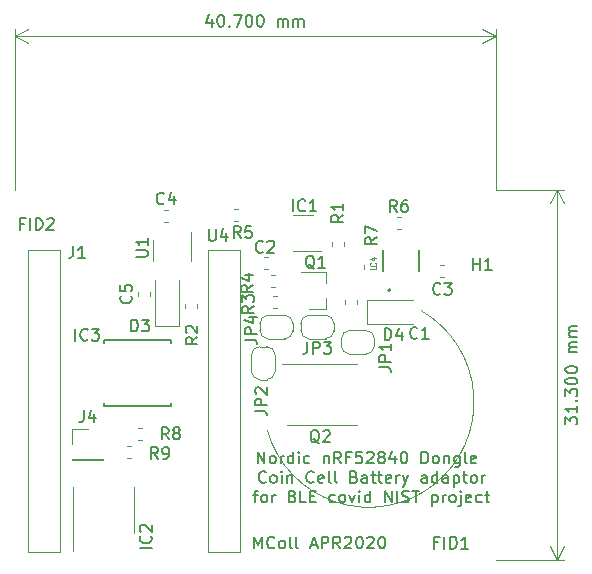
<source format=gbr>
G04 #@! TF.GenerationSoftware,KiCad,Pcbnew,(5.1.5)-3*
G04 #@! TF.CreationDate,2020-04-24T14:35:50-04:00*
G04 #@! TF.ProjectId,CR2025_Nordic,43523230-3235-45f4-9e6f-726469632e6b,rev?*
G04 #@! TF.SameCoordinates,Original*
G04 #@! TF.FileFunction,Legend,Top*
G04 #@! TF.FilePolarity,Positive*
%FSLAX46Y46*%
G04 Gerber Fmt 4.6, Leading zero omitted, Abs format (unit mm)*
G04 Created by KiCad (PCBNEW (5.1.5)-3) date 2020-04-24 14:35:50*
%MOMM*%
%LPD*%
G04 APERTURE LIST*
%ADD10C,0.120000*%
%ADD11C,0.150000*%
%ADD12C,0.152400*%
%ADD13C,0.200000*%
%ADD14C,0.127000*%
%ADD15C,0.015000*%
G04 APERTURE END LIST*
D10*
X158700062Y-82916795D02*
G75*
G02X145694400Y-93103700I-4433163J-7735806D01*
G01*
D11*
X144564790Y-103055680D02*
X144564790Y-102055680D01*
X144898123Y-102769966D01*
X145231457Y-102055680D01*
X145231457Y-103055680D01*
X146279076Y-102960442D02*
X146231457Y-103008061D01*
X146088600Y-103055680D01*
X145993361Y-103055680D01*
X145850504Y-103008061D01*
X145755266Y-102912823D01*
X145707647Y-102817585D01*
X145660028Y-102627109D01*
X145660028Y-102484252D01*
X145707647Y-102293776D01*
X145755266Y-102198538D01*
X145850504Y-102103300D01*
X145993361Y-102055680D01*
X146088600Y-102055680D01*
X146231457Y-102103300D01*
X146279076Y-102150919D01*
X146850504Y-103055680D02*
X146755266Y-103008061D01*
X146707647Y-102960442D01*
X146660028Y-102865204D01*
X146660028Y-102579490D01*
X146707647Y-102484252D01*
X146755266Y-102436633D01*
X146850504Y-102389014D01*
X146993361Y-102389014D01*
X147088600Y-102436633D01*
X147136219Y-102484252D01*
X147183838Y-102579490D01*
X147183838Y-102865204D01*
X147136219Y-102960442D01*
X147088600Y-103008061D01*
X146993361Y-103055680D01*
X146850504Y-103055680D01*
X147755266Y-103055680D02*
X147660028Y-103008061D01*
X147612409Y-102912823D01*
X147612409Y-102055680D01*
X148279076Y-103055680D02*
X148183838Y-103008061D01*
X148136219Y-102912823D01*
X148136219Y-102055680D01*
X149374314Y-102769966D02*
X149850504Y-102769966D01*
X149279076Y-103055680D02*
X149612409Y-102055680D01*
X149945742Y-103055680D01*
X150279076Y-103055680D02*
X150279076Y-102055680D01*
X150660028Y-102055680D01*
X150755266Y-102103300D01*
X150802885Y-102150919D01*
X150850504Y-102246157D01*
X150850504Y-102389014D01*
X150802885Y-102484252D01*
X150755266Y-102531871D01*
X150660028Y-102579490D01*
X150279076Y-102579490D01*
X151850504Y-103055680D02*
X151517171Y-102579490D01*
X151279076Y-103055680D02*
X151279076Y-102055680D01*
X151660028Y-102055680D01*
X151755266Y-102103300D01*
X151802885Y-102150919D01*
X151850504Y-102246157D01*
X151850504Y-102389014D01*
X151802885Y-102484252D01*
X151755266Y-102531871D01*
X151660028Y-102579490D01*
X151279076Y-102579490D01*
X152231457Y-102150919D02*
X152279076Y-102103300D01*
X152374314Y-102055680D01*
X152612409Y-102055680D01*
X152707647Y-102103300D01*
X152755266Y-102150919D01*
X152802885Y-102246157D01*
X152802885Y-102341395D01*
X152755266Y-102484252D01*
X152183838Y-103055680D01*
X152802885Y-103055680D01*
X153421933Y-102055680D02*
X153517171Y-102055680D01*
X153612409Y-102103300D01*
X153660028Y-102150919D01*
X153707647Y-102246157D01*
X153755266Y-102436633D01*
X153755266Y-102674728D01*
X153707647Y-102865204D01*
X153660028Y-102960442D01*
X153612409Y-103008061D01*
X153517171Y-103055680D01*
X153421933Y-103055680D01*
X153326695Y-103008061D01*
X153279076Y-102960442D01*
X153231457Y-102865204D01*
X153183838Y-102674728D01*
X153183838Y-102436633D01*
X153231457Y-102246157D01*
X153279076Y-102150919D01*
X153326695Y-102103300D01*
X153421933Y-102055680D01*
X154136219Y-102150919D02*
X154183838Y-102103300D01*
X154279076Y-102055680D01*
X154517171Y-102055680D01*
X154612409Y-102103300D01*
X154660028Y-102150919D01*
X154707647Y-102246157D01*
X154707647Y-102341395D01*
X154660028Y-102484252D01*
X154088600Y-103055680D01*
X154707647Y-103055680D01*
X155326695Y-102055680D02*
X155421933Y-102055680D01*
X155517171Y-102103300D01*
X155564790Y-102150919D01*
X155612409Y-102246157D01*
X155660028Y-102436633D01*
X155660028Y-102674728D01*
X155612409Y-102865204D01*
X155564790Y-102960442D01*
X155517171Y-103008061D01*
X155421933Y-103055680D01*
X155326695Y-103055680D01*
X155231457Y-103008061D01*
X155183838Y-102960442D01*
X155136219Y-102865204D01*
X155088599Y-102674728D01*
X155088599Y-102436633D01*
X155136219Y-102246157D01*
X155183838Y-102150919D01*
X155231457Y-102103300D01*
X155326695Y-102055680D01*
X144863752Y-95855780D02*
X144863752Y-94855780D01*
X145435180Y-95855780D01*
X145435180Y-94855780D01*
X146054228Y-95855780D02*
X145958990Y-95808161D01*
X145911371Y-95760542D01*
X145863752Y-95665304D01*
X145863752Y-95379590D01*
X145911371Y-95284352D01*
X145958990Y-95236733D01*
X146054228Y-95189114D01*
X146197085Y-95189114D01*
X146292323Y-95236733D01*
X146339942Y-95284352D01*
X146387561Y-95379590D01*
X146387561Y-95665304D01*
X146339942Y-95760542D01*
X146292323Y-95808161D01*
X146197085Y-95855780D01*
X146054228Y-95855780D01*
X146816133Y-95855780D02*
X146816133Y-95189114D01*
X146816133Y-95379590D02*
X146863752Y-95284352D01*
X146911371Y-95236733D01*
X147006609Y-95189114D01*
X147101847Y-95189114D01*
X147863752Y-95855780D02*
X147863752Y-94855780D01*
X147863752Y-95808161D02*
X147768514Y-95855780D01*
X147578038Y-95855780D01*
X147482800Y-95808161D01*
X147435180Y-95760542D01*
X147387561Y-95665304D01*
X147387561Y-95379590D01*
X147435180Y-95284352D01*
X147482800Y-95236733D01*
X147578038Y-95189114D01*
X147768514Y-95189114D01*
X147863752Y-95236733D01*
X148339942Y-95855780D02*
X148339942Y-95189114D01*
X148339942Y-94855780D02*
X148292323Y-94903400D01*
X148339942Y-94951019D01*
X148387561Y-94903400D01*
X148339942Y-94855780D01*
X148339942Y-94951019D01*
X149244704Y-95808161D02*
X149149466Y-95855780D01*
X148958990Y-95855780D01*
X148863752Y-95808161D01*
X148816133Y-95760542D01*
X148768514Y-95665304D01*
X148768514Y-95379590D01*
X148816133Y-95284352D01*
X148863752Y-95236733D01*
X148958990Y-95189114D01*
X149149466Y-95189114D01*
X149244704Y-95236733D01*
X150435180Y-95189114D02*
X150435180Y-95855780D01*
X150435180Y-95284352D02*
X150482800Y-95236733D01*
X150578038Y-95189114D01*
X150720895Y-95189114D01*
X150816133Y-95236733D01*
X150863752Y-95331971D01*
X150863752Y-95855780D01*
X151911371Y-95855780D02*
X151578038Y-95379590D01*
X151339942Y-95855780D02*
X151339942Y-94855780D01*
X151720895Y-94855780D01*
X151816133Y-94903400D01*
X151863752Y-94951019D01*
X151911371Y-95046257D01*
X151911371Y-95189114D01*
X151863752Y-95284352D01*
X151816133Y-95331971D01*
X151720895Y-95379590D01*
X151339942Y-95379590D01*
X152673276Y-95331971D02*
X152339942Y-95331971D01*
X152339942Y-95855780D02*
X152339942Y-94855780D01*
X152816133Y-94855780D01*
X153673276Y-94855780D02*
X153197085Y-94855780D01*
X153149466Y-95331971D01*
X153197085Y-95284352D01*
X153292323Y-95236733D01*
X153530419Y-95236733D01*
X153625657Y-95284352D01*
X153673276Y-95331971D01*
X153720895Y-95427209D01*
X153720895Y-95665304D01*
X153673276Y-95760542D01*
X153625657Y-95808161D01*
X153530419Y-95855780D01*
X153292323Y-95855780D01*
X153197085Y-95808161D01*
X153149466Y-95760542D01*
X154101847Y-94951019D02*
X154149466Y-94903400D01*
X154244704Y-94855780D01*
X154482800Y-94855780D01*
X154578038Y-94903400D01*
X154625657Y-94951019D01*
X154673276Y-95046257D01*
X154673276Y-95141495D01*
X154625657Y-95284352D01*
X154054228Y-95855780D01*
X154673276Y-95855780D01*
X155244704Y-95284352D02*
X155149466Y-95236733D01*
X155101847Y-95189114D01*
X155054228Y-95093876D01*
X155054228Y-95046257D01*
X155101847Y-94951019D01*
X155149466Y-94903400D01*
X155244704Y-94855780D01*
X155435180Y-94855780D01*
X155530419Y-94903400D01*
X155578038Y-94951019D01*
X155625657Y-95046257D01*
X155625657Y-95093876D01*
X155578038Y-95189114D01*
X155530419Y-95236733D01*
X155435180Y-95284352D01*
X155244704Y-95284352D01*
X155149466Y-95331971D01*
X155101847Y-95379590D01*
X155054228Y-95474828D01*
X155054228Y-95665304D01*
X155101847Y-95760542D01*
X155149466Y-95808161D01*
X155244704Y-95855780D01*
X155435180Y-95855780D01*
X155530419Y-95808161D01*
X155578038Y-95760542D01*
X155625657Y-95665304D01*
X155625657Y-95474828D01*
X155578038Y-95379590D01*
X155530419Y-95331971D01*
X155435180Y-95284352D01*
X156482800Y-95189114D02*
X156482800Y-95855780D01*
X156244704Y-94808161D02*
X156006609Y-95522447D01*
X156625657Y-95522447D01*
X157197085Y-94855780D02*
X157292323Y-94855780D01*
X157387561Y-94903400D01*
X157435180Y-94951019D01*
X157482800Y-95046257D01*
X157530419Y-95236733D01*
X157530419Y-95474828D01*
X157482800Y-95665304D01*
X157435180Y-95760542D01*
X157387561Y-95808161D01*
X157292323Y-95855780D01*
X157197085Y-95855780D01*
X157101847Y-95808161D01*
X157054228Y-95760542D01*
X157006609Y-95665304D01*
X156958990Y-95474828D01*
X156958990Y-95236733D01*
X157006609Y-95046257D01*
X157054228Y-94951019D01*
X157101847Y-94903400D01*
X157197085Y-94855780D01*
X158720895Y-95855780D02*
X158720895Y-94855780D01*
X158958990Y-94855780D01*
X159101847Y-94903400D01*
X159197085Y-94998638D01*
X159244704Y-95093876D01*
X159292323Y-95284352D01*
X159292323Y-95427209D01*
X159244704Y-95617685D01*
X159197085Y-95712923D01*
X159101847Y-95808161D01*
X158958990Y-95855780D01*
X158720895Y-95855780D01*
X159863752Y-95855780D02*
X159768514Y-95808161D01*
X159720895Y-95760542D01*
X159673276Y-95665304D01*
X159673276Y-95379590D01*
X159720895Y-95284352D01*
X159768514Y-95236733D01*
X159863752Y-95189114D01*
X160006609Y-95189114D01*
X160101847Y-95236733D01*
X160149466Y-95284352D01*
X160197085Y-95379590D01*
X160197085Y-95665304D01*
X160149466Y-95760542D01*
X160101847Y-95808161D01*
X160006609Y-95855780D01*
X159863752Y-95855780D01*
X160625657Y-95189114D02*
X160625657Y-95855780D01*
X160625657Y-95284352D02*
X160673276Y-95236733D01*
X160768514Y-95189114D01*
X160911371Y-95189114D01*
X161006609Y-95236733D01*
X161054228Y-95331971D01*
X161054228Y-95855780D01*
X161958990Y-95189114D02*
X161958990Y-95998638D01*
X161911371Y-96093876D01*
X161863752Y-96141495D01*
X161768514Y-96189114D01*
X161625657Y-96189114D01*
X161530419Y-96141495D01*
X161958990Y-95808161D02*
X161863752Y-95855780D01*
X161673276Y-95855780D01*
X161578038Y-95808161D01*
X161530419Y-95760542D01*
X161482800Y-95665304D01*
X161482800Y-95379590D01*
X161530419Y-95284352D01*
X161578038Y-95236733D01*
X161673276Y-95189114D01*
X161863752Y-95189114D01*
X161958990Y-95236733D01*
X162578038Y-95855780D02*
X162482800Y-95808161D01*
X162435180Y-95712923D01*
X162435180Y-94855780D01*
X163339942Y-95808161D02*
X163244704Y-95855780D01*
X163054228Y-95855780D01*
X162958990Y-95808161D01*
X162911371Y-95712923D01*
X162911371Y-95331971D01*
X162958990Y-95236733D01*
X163054228Y-95189114D01*
X163244704Y-95189114D01*
X163339942Y-95236733D01*
X163387561Y-95331971D01*
X163387561Y-95427209D01*
X162911371Y-95522447D01*
X145554228Y-97410542D02*
X145506609Y-97458161D01*
X145363752Y-97505780D01*
X145268514Y-97505780D01*
X145125657Y-97458161D01*
X145030419Y-97362923D01*
X144982799Y-97267685D01*
X144935180Y-97077209D01*
X144935180Y-96934352D01*
X144982799Y-96743876D01*
X145030419Y-96648638D01*
X145125657Y-96553400D01*
X145268514Y-96505780D01*
X145363752Y-96505780D01*
X145506609Y-96553400D01*
X145554228Y-96601019D01*
X146125657Y-97505780D02*
X146030419Y-97458161D01*
X145982799Y-97410542D01*
X145935180Y-97315304D01*
X145935180Y-97029590D01*
X145982799Y-96934352D01*
X146030419Y-96886733D01*
X146125657Y-96839114D01*
X146268514Y-96839114D01*
X146363752Y-96886733D01*
X146411371Y-96934352D01*
X146458990Y-97029590D01*
X146458990Y-97315304D01*
X146411371Y-97410542D01*
X146363752Y-97458161D01*
X146268514Y-97505780D01*
X146125657Y-97505780D01*
X146887561Y-97505780D02*
X146887561Y-96839114D01*
X146887561Y-96505780D02*
X146839942Y-96553400D01*
X146887561Y-96601019D01*
X146935180Y-96553400D01*
X146887561Y-96505780D01*
X146887561Y-96601019D01*
X147363752Y-96839114D02*
X147363752Y-97505780D01*
X147363752Y-96934352D02*
X147411371Y-96886733D01*
X147506609Y-96839114D01*
X147649466Y-96839114D01*
X147744704Y-96886733D01*
X147792323Y-96981971D01*
X147792323Y-97505780D01*
X149601847Y-97410542D02*
X149554228Y-97458161D01*
X149411371Y-97505780D01*
X149316133Y-97505780D01*
X149173276Y-97458161D01*
X149078038Y-97362923D01*
X149030419Y-97267685D01*
X148982799Y-97077209D01*
X148982799Y-96934352D01*
X149030419Y-96743876D01*
X149078038Y-96648638D01*
X149173276Y-96553400D01*
X149316133Y-96505780D01*
X149411371Y-96505780D01*
X149554228Y-96553400D01*
X149601847Y-96601019D01*
X150411371Y-97458161D02*
X150316133Y-97505780D01*
X150125657Y-97505780D01*
X150030419Y-97458161D01*
X149982799Y-97362923D01*
X149982799Y-96981971D01*
X150030419Y-96886733D01*
X150125657Y-96839114D01*
X150316133Y-96839114D01*
X150411371Y-96886733D01*
X150458990Y-96981971D01*
X150458990Y-97077209D01*
X149982799Y-97172447D01*
X151030419Y-97505780D02*
X150935180Y-97458161D01*
X150887561Y-97362923D01*
X150887561Y-96505780D01*
X151554228Y-97505780D02*
X151458990Y-97458161D01*
X151411371Y-97362923D01*
X151411371Y-96505780D01*
X153030419Y-96981971D02*
X153173276Y-97029590D01*
X153220895Y-97077209D01*
X153268514Y-97172447D01*
X153268514Y-97315304D01*
X153220895Y-97410542D01*
X153173276Y-97458161D01*
X153078038Y-97505780D01*
X152697085Y-97505780D01*
X152697085Y-96505780D01*
X153030419Y-96505780D01*
X153125657Y-96553400D01*
X153173276Y-96601019D01*
X153220895Y-96696257D01*
X153220895Y-96791495D01*
X153173276Y-96886733D01*
X153125657Y-96934352D01*
X153030419Y-96981971D01*
X152697085Y-96981971D01*
X154125657Y-97505780D02*
X154125657Y-96981971D01*
X154078038Y-96886733D01*
X153982799Y-96839114D01*
X153792323Y-96839114D01*
X153697085Y-96886733D01*
X154125657Y-97458161D02*
X154030419Y-97505780D01*
X153792323Y-97505780D01*
X153697085Y-97458161D01*
X153649466Y-97362923D01*
X153649466Y-97267685D01*
X153697085Y-97172447D01*
X153792323Y-97124828D01*
X154030419Y-97124828D01*
X154125657Y-97077209D01*
X154458990Y-96839114D02*
X154839942Y-96839114D01*
X154601847Y-96505780D02*
X154601847Y-97362923D01*
X154649466Y-97458161D01*
X154744704Y-97505780D01*
X154839942Y-97505780D01*
X155030419Y-96839114D02*
X155411371Y-96839114D01*
X155173276Y-96505780D02*
X155173276Y-97362923D01*
X155220895Y-97458161D01*
X155316133Y-97505780D01*
X155411371Y-97505780D01*
X156125657Y-97458161D02*
X156030419Y-97505780D01*
X155839942Y-97505780D01*
X155744704Y-97458161D01*
X155697085Y-97362923D01*
X155697085Y-96981971D01*
X155744704Y-96886733D01*
X155839942Y-96839114D01*
X156030419Y-96839114D01*
X156125657Y-96886733D01*
X156173276Y-96981971D01*
X156173276Y-97077209D01*
X155697085Y-97172447D01*
X156601847Y-97505780D02*
X156601847Y-96839114D01*
X156601847Y-97029590D02*
X156649466Y-96934352D01*
X156697085Y-96886733D01*
X156792323Y-96839114D01*
X156887561Y-96839114D01*
X157125657Y-96839114D02*
X157363752Y-97505780D01*
X157601847Y-96839114D02*
X157363752Y-97505780D01*
X157268514Y-97743876D01*
X157220895Y-97791495D01*
X157125657Y-97839114D01*
X159173276Y-97505780D02*
X159173276Y-96981971D01*
X159125657Y-96886733D01*
X159030419Y-96839114D01*
X158839942Y-96839114D01*
X158744704Y-96886733D01*
X159173276Y-97458161D02*
X159078038Y-97505780D01*
X158839942Y-97505780D01*
X158744704Y-97458161D01*
X158697085Y-97362923D01*
X158697085Y-97267685D01*
X158744704Y-97172447D01*
X158839942Y-97124828D01*
X159078038Y-97124828D01*
X159173276Y-97077209D01*
X160078038Y-97505780D02*
X160078038Y-96505780D01*
X160078038Y-97458161D02*
X159982799Y-97505780D01*
X159792323Y-97505780D01*
X159697085Y-97458161D01*
X159649466Y-97410542D01*
X159601847Y-97315304D01*
X159601847Y-97029590D01*
X159649466Y-96934352D01*
X159697085Y-96886733D01*
X159792323Y-96839114D01*
X159982799Y-96839114D01*
X160078038Y-96886733D01*
X160982799Y-97505780D02*
X160982799Y-96981971D01*
X160935180Y-96886733D01*
X160839942Y-96839114D01*
X160649466Y-96839114D01*
X160554228Y-96886733D01*
X160982799Y-97458161D02*
X160887561Y-97505780D01*
X160649466Y-97505780D01*
X160554228Y-97458161D01*
X160506609Y-97362923D01*
X160506609Y-97267685D01*
X160554228Y-97172447D01*
X160649466Y-97124828D01*
X160887561Y-97124828D01*
X160982799Y-97077209D01*
X161458990Y-96839114D02*
X161458990Y-97839114D01*
X161458990Y-96886733D02*
X161554228Y-96839114D01*
X161744704Y-96839114D01*
X161839942Y-96886733D01*
X161887561Y-96934352D01*
X161935180Y-97029590D01*
X161935180Y-97315304D01*
X161887561Y-97410542D01*
X161839942Y-97458161D01*
X161744704Y-97505780D01*
X161554228Y-97505780D01*
X161458990Y-97458161D01*
X162220895Y-96839114D02*
X162601847Y-96839114D01*
X162363752Y-96505780D02*
X162363752Y-97362923D01*
X162411371Y-97458161D01*
X162506609Y-97505780D01*
X162601847Y-97505780D01*
X163078038Y-97505780D02*
X162982799Y-97458161D01*
X162935180Y-97410542D01*
X162887561Y-97315304D01*
X162887561Y-97029590D01*
X162935180Y-96934352D01*
X162982799Y-96886733D01*
X163078038Y-96839114D01*
X163220895Y-96839114D01*
X163316133Y-96886733D01*
X163363752Y-96934352D01*
X163411371Y-97029590D01*
X163411371Y-97315304D01*
X163363752Y-97410542D01*
X163316133Y-97458161D01*
X163220895Y-97505780D01*
X163078038Y-97505780D01*
X163839942Y-97505780D02*
X163839942Y-96839114D01*
X163839942Y-97029590D02*
X163887561Y-96934352D01*
X163935180Y-96886733D01*
X164030419Y-96839114D01*
X164125657Y-96839114D01*
X144482800Y-98489114D02*
X144863752Y-98489114D01*
X144625657Y-99155780D02*
X144625657Y-98298638D01*
X144673276Y-98203400D01*
X144768514Y-98155780D01*
X144863752Y-98155780D01*
X145339942Y-99155780D02*
X145244704Y-99108161D01*
X145197085Y-99060542D01*
X145149466Y-98965304D01*
X145149466Y-98679590D01*
X145197085Y-98584352D01*
X145244704Y-98536733D01*
X145339942Y-98489114D01*
X145482800Y-98489114D01*
X145578038Y-98536733D01*
X145625657Y-98584352D01*
X145673276Y-98679590D01*
X145673276Y-98965304D01*
X145625657Y-99060542D01*
X145578038Y-99108161D01*
X145482800Y-99155780D01*
X145339942Y-99155780D01*
X146101847Y-99155780D02*
X146101847Y-98489114D01*
X146101847Y-98679590D02*
X146149466Y-98584352D01*
X146197085Y-98536733D01*
X146292323Y-98489114D01*
X146387561Y-98489114D01*
X147816133Y-98631971D02*
X147958990Y-98679590D01*
X148006609Y-98727209D01*
X148054228Y-98822447D01*
X148054228Y-98965304D01*
X148006609Y-99060542D01*
X147958990Y-99108161D01*
X147863752Y-99155780D01*
X147482800Y-99155780D01*
X147482800Y-98155780D01*
X147816133Y-98155780D01*
X147911371Y-98203400D01*
X147958990Y-98251019D01*
X148006609Y-98346257D01*
X148006609Y-98441495D01*
X147958990Y-98536733D01*
X147911371Y-98584352D01*
X147816133Y-98631971D01*
X147482800Y-98631971D01*
X148958990Y-99155780D02*
X148482800Y-99155780D01*
X148482800Y-98155780D01*
X149292323Y-98631971D02*
X149625657Y-98631971D01*
X149768514Y-99155780D02*
X149292323Y-99155780D01*
X149292323Y-98155780D01*
X149768514Y-98155780D01*
X151387561Y-99108161D02*
X151292323Y-99155780D01*
X151101847Y-99155780D01*
X151006609Y-99108161D01*
X150958990Y-99060542D01*
X150911371Y-98965304D01*
X150911371Y-98679590D01*
X150958990Y-98584352D01*
X151006609Y-98536733D01*
X151101847Y-98489114D01*
X151292323Y-98489114D01*
X151387561Y-98536733D01*
X151958990Y-99155780D02*
X151863752Y-99108161D01*
X151816133Y-99060542D01*
X151768514Y-98965304D01*
X151768514Y-98679590D01*
X151816133Y-98584352D01*
X151863752Y-98536733D01*
X151958990Y-98489114D01*
X152101847Y-98489114D01*
X152197085Y-98536733D01*
X152244704Y-98584352D01*
X152292323Y-98679590D01*
X152292323Y-98965304D01*
X152244704Y-99060542D01*
X152197085Y-99108161D01*
X152101847Y-99155780D01*
X151958990Y-99155780D01*
X152625657Y-98489114D02*
X152863752Y-99155780D01*
X153101847Y-98489114D01*
X153482800Y-99155780D02*
X153482800Y-98489114D01*
X153482800Y-98155780D02*
X153435180Y-98203400D01*
X153482800Y-98251019D01*
X153530419Y-98203400D01*
X153482800Y-98155780D01*
X153482800Y-98251019D01*
X154387561Y-99155780D02*
X154387561Y-98155780D01*
X154387561Y-99108161D02*
X154292323Y-99155780D01*
X154101847Y-99155780D01*
X154006609Y-99108161D01*
X153958990Y-99060542D01*
X153911371Y-98965304D01*
X153911371Y-98679590D01*
X153958990Y-98584352D01*
X154006609Y-98536733D01*
X154101847Y-98489114D01*
X154292323Y-98489114D01*
X154387561Y-98536733D01*
X155625657Y-99155780D02*
X155625657Y-98155780D01*
X156197085Y-99155780D01*
X156197085Y-98155780D01*
X156673276Y-99155780D02*
X156673276Y-98155780D01*
X157101847Y-99108161D02*
X157244704Y-99155780D01*
X157482800Y-99155780D01*
X157578038Y-99108161D01*
X157625657Y-99060542D01*
X157673276Y-98965304D01*
X157673276Y-98870066D01*
X157625657Y-98774828D01*
X157578038Y-98727209D01*
X157482800Y-98679590D01*
X157292323Y-98631971D01*
X157197085Y-98584352D01*
X157149466Y-98536733D01*
X157101847Y-98441495D01*
X157101847Y-98346257D01*
X157149466Y-98251019D01*
X157197085Y-98203400D01*
X157292323Y-98155780D01*
X157530419Y-98155780D01*
X157673276Y-98203400D01*
X157958990Y-98155780D02*
X158530419Y-98155780D01*
X158244704Y-99155780D02*
X158244704Y-98155780D01*
X159625657Y-98489114D02*
X159625657Y-99489114D01*
X159625657Y-98536733D02*
X159720895Y-98489114D01*
X159911371Y-98489114D01*
X160006609Y-98536733D01*
X160054228Y-98584352D01*
X160101847Y-98679590D01*
X160101847Y-98965304D01*
X160054228Y-99060542D01*
X160006609Y-99108161D01*
X159911371Y-99155780D01*
X159720895Y-99155780D01*
X159625657Y-99108161D01*
X160530419Y-99155780D02*
X160530419Y-98489114D01*
X160530419Y-98679590D02*
X160578038Y-98584352D01*
X160625657Y-98536733D01*
X160720895Y-98489114D01*
X160816133Y-98489114D01*
X161292323Y-99155780D02*
X161197085Y-99108161D01*
X161149466Y-99060542D01*
X161101847Y-98965304D01*
X161101847Y-98679590D01*
X161149466Y-98584352D01*
X161197085Y-98536733D01*
X161292323Y-98489114D01*
X161435180Y-98489114D01*
X161530419Y-98536733D01*
X161578038Y-98584352D01*
X161625657Y-98679590D01*
X161625657Y-98965304D01*
X161578038Y-99060542D01*
X161530419Y-99108161D01*
X161435180Y-99155780D01*
X161292323Y-99155780D01*
X162054228Y-98489114D02*
X162054228Y-99346257D01*
X162006609Y-99441495D01*
X161911371Y-99489114D01*
X161863752Y-99489114D01*
X162054228Y-98155780D02*
X162006609Y-98203400D01*
X162054228Y-98251019D01*
X162101847Y-98203400D01*
X162054228Y-98155780D01*
X162054228Y-98251019D01*
X162911371Y-99108161D02*
X162816133Y-99155780D01*
X162625657Y-99155780D01*
X162530419Y-99108161D01*
X162482800Y-99012923D01*
X162482800Y-98631971D01*
X162530419Y-98536733D01*
X162625657Y-98489114D01*
X162816133Y-98489114D01*
X162911371Y-98536733D01*
X162958990Y-98631971D01*
X162958990Y-98727209D01*
X162482800Y-98822447D01*
X163816133Y-99108161D02*
X163720895Y-99155780D01*
X163530419Y-99155780D01*
X163435180Y-99108161D01*
X163387561Y-99060542D01*
X163339942Y-98965304D01*
X163339942Y-98679590D01*
X163387561Y-98584352D01*
X163435180Y-98536733D01*
X163530419Y-98489114D01*
X163720895Y-98489114D01*
X163816133Y-98536733D01*
X164101847Y-98489114D02*
X164482800Y-98489114D01*
X164244704Y-98155780D02*
X164244704Y-99012923D01*
X164292323Y-99108161D01*
X164387561Y-99155780D01*
X164482800Y-99155780D01*
X170922380Y-92540476D02*
X170922380Y-91921428D01*
X171303333Y-92254761D01*
X171303333Y-92111904D01*
X171350952Y-92016666D01*
X171398571Y-91969047D01*
X171493809Y-91921428D01*
X171731904Y-91921428D01*
X171827142Y-91969047D01*
X171874761Y-92016666D01*
X171922380Y-92111904D01*
X171922380Y-92397619D01*
X171874761Y-92492857D01*
X171827142Y-92540476D01*
X171922380Y-90969047D02*
X171922380Y-91540476D01*
X171922380Y-91254761D02*
X170922380Y-91254761D01*
X171065238Y-91350000D01*
X171160476Y-91445238D01*
X171208095Y-91540476D01*
X171827142Y-90540476D02*
X171874761Y-90492857D01*
X171922380Y-90540476D01*
X171874761Y-90588095D01*
X171827142Y-90540476D01*
X171922380Y-90540476D01*
X170922380Y-90159523D02*
X170922380Y-89540476D01*
X171303333Y-89873809D01*
X171303333Y-89730952D01*
X171350952Y-89635714D01*
X171398571Y-89588095D01*
X171493809Y-89540476D01*
X171731904Y-89540476D01*
X171827142Y-89588095D01*
X171874761Y-89635714D01*
X171922380Y-89730952D01*
X171922380Y-90016666D01*
X171874761Y-90111904D01*
X171827142Y-90159523D01*
X170922380Y-88921428D02*
X170922380Y-88826190D01*
X170970000Y-88730952D01*
X171017619Y-88683333D01*
X171112857Y-88635714D01*
X171303333Y-88588095D01*
X171541428Y-88588095D01*
X171731904Y-88635714D01*
X171827142Y-88683333D01*
X171874761Y-88730952D01*
X171922380Y-88826190D01*
X171922380Y-88921428D01*
X171874761Y-89016666D01*
X171827142Y-89064285D01*
X171731904Y-89111904D01*
X171541428Y-89159523D01*
X171303333Y-89159523D01*
X171112857Y-89111904D01*
X171017619Y-89064285D01*
X170970000Y-89016666D01*
X170922380Y-88921428D01*
X170922380Y-87969047D02*
X170922380Y-87873809D01*
X170970000Y-87778571D01*
X171017619Y-87730952D01*
X171112857Y-87683333D01*
X171303333Y-87635714D01*
X171541428Y-87635714D01*
X171731904Y-87683333D01*
X171827142Y-87730952D01*
X171874761Y-87778571D01*
X171922380Y-87873809D01*
X171922380Y-87969047D01*
X171874761Y-88064285D01*
X171827142Y-88111904D01*
X171731904Y-88159523D01*
X171541428Y-88207142D01*
X171303333Y-88207142D01*
X171112857Y-88159523D01*
X171017619Y-88111904D01*
X170970000Y-88064285D01*
X170922380Y-87969047D01*
X171922380Y-86445238D02*
X171255714Y-86445238D01*
X171350952Y-86445238D02*
X171303333Y-86397619D01*
X171255714Y-86302380D01*
X171255714Y-86159523D01*
X171303333Y-86064285D01*
X171398571Y-86016666D01*
X171922380Y-86016666D01*
X171398571Y-86016666D02*
X171303333Y-85969047D01*
X171255714Y-85873809D01*
X171255714Y-85730952D01*
X171303333Y-85635714D01*
X171398571Y-85588095D01*
X171922380Y-85588095D01*
X171922380Y-85111904D02*
X171255714Y-85111904D01*
X171350952Y-85111904D02*
X171303333Y-85064285D01*
X171255714Y-84969047D01*
X171255714Y-84826190D01*
X171303333Y-84730952D01*
X171398571Y-84683333D01*
X171922380Y-84683333D01*
X171398571Y-84683333D02*
X171303333Y-84635714D01*
X171255714Y-84540476D01*
X171255714Y-84397619D01*
X171303333Y-84302380D01*
X171398571Y-84254761D01*
X171922380Y-84254761D01*
D10*
X170200000Y-104000000D02*
X170200000Y-72700000D01*
X165000000Y-104000000D02*
X170786421Y-104000000D01*
X165000000Y-72700000D02*
X170786421Y-72700000D01*
X170200000Y-72700000D02*
X170786421Y-73826504D01*
X170200000Y-72700000D02*
X169613579Y-73826504D01*
X170200000Y-104000000D02*
X170786421Y-102873496D01*
X170200000Y-104000000D02*
X169613579Y-102873496D01*
D11*
X140983333Y-58215714D02*
X140983333Y-58882380D01*
X140745238Y-57834761D02*
X140507142Y-58549047D01*
X141126190Y-58549047D01*
X141697619Y-57882380D02*
X141792857Y-57882380D01*
X141888095Y-57930000D01*
X141935714Y-57977619D01*
X141983333Y-58072857D01*
X142030952Y-58263333D01*
X142030952Y-58501428D01*
X141983333Y-58691904D01*
X141935714Y-58787142D01*
X141888095Y-58834761D01*
X141792857Y-58882380D01*
X141697619Y-58882380D01*
X141602380Y-58834761D01*
X141554761Y-58787142D01*
X141507142Y-58691904D01*
X141459523Y-58501428D01*
X141459523Y-58263333D01*
X141507142Y-58072857D01*
X141554761Y-57977619D01*
X141602380Y-57930000D01*
X141697619Y-57882380D01*
X142459523Y-58787142D02*
X142507142Y-58834761D01*
X142459523Y-58882380D01*
X142411904Y-58834761D01*
X142459523Y-58787142D01*
X142459523Y-58882380D01*
X142840476Y-57882380D02*
X143507142Y-57882380D01*
X143078571Y-58882380D01*
X144078571Y-57882380D02*
X144173809Y-57882380D01*
X144269047Y-57930000D01*
X144316666Y-57977619D01*
X144364285Y-58072857D01*
X144411904Y-58263333D01*
X144411904Y-58501428D01*
X144364285Y-58691904D01*
X144316666Y-58787142D01*
X144269047Y-58834761D01*
X144173809Y-58882380D01*
X144078571Y-58882380D01*
X143983333Y-58834761D01*
X143935714Y-58787142D01*
X143888095Y-58691904D01*
X143840476Y-58501428D01*
X143840476Y-58263333D01*
X143888095Y-58072857D01*
X143935714Y-57977619D01*
X143983333Y-57930000D01*
X144078571Y-57882380D01*
X145030952Y-57882380D02*
X145126190Y-57882380D01*
X145221428Y-57930000D01*
X145269047Y-57977619D01*
X145316666Y-58072857D01*
X145364285Y-58263333D01*
X145364285Y-58501428D01*
X145316666Y-58691904D01*
X145269047Y-58787142D01*
X145221428Y-58834761D01*
X145126190Y-58882380D01*
X145030952Y-58882380D01*
X144935714Y-58834761D01*
X144888095Y-58787142D01*
X144840476Y-58691904D01*
X144792857Y-58501428D01*
X144792857Y-58263333D01*
X144840476Y-58072857D01*
X144888095Y-57977619D01*
X144935714Y-57930000D01*
X145030952Y-57882380D01*
X146554761Y-58882380D02*
X146554761Y-58215714D01*
X146554761Y-58310952D02*
X146602380Y-58263333D01*
X146697619Y-58215714D01*
X146840476Y-58215714D01*
X146935714Y-58263333D01*
X146983333Y-58358571D01*
X146983333Y-58882380D01*
X146983333Y-58358571D02*
X147030952Y-58263333D01*
X147126190Y-58215714D01*
X147269047Y-58215714D01*
X147364285Y-58263333D01*
X147411904Y-58358571D01*
X147411904Y-58882380D01*
X147888095Y-58882380D02*
X147888095Y-58215714D01*
X147888095Y-58310952D02*
X147935714Y-58263333D01*
X148030952Y-58215714D01*
X148173809Y-58215714D01*
X148269047Y-58263333D01*
X148316666Y-58358571D01*
X148316666Y-58882380D01*
X148316666Y-58358571D02*
X148364285Y-58263333D01*
X148459523Y-58215714D01*
X148602380Y-58215714D01*
X148697619Y-58263333D01*
X148745238Y-58358571D01*
X148745238Y-58882380D01*
D10*
X124300000Y-59700000D02*
X165000000Y-59700000D01*
X124300000Y-72700000D02*
X124300000Y-59113579D01*
X165000000Y-72700000D02*
X165000000Y-59113579D01*
X165000000Y-59700000D02*
X163873496Y-60286421D01*
X165000000Y-59700000D02*
X163873496Y-59113579D01*
X124300000Y-59700000D02*
X125426504Y-60286421D01*
X124300000Y-59700000D02*
X125426504Y-59113579D01*
X145776767Y-78382400D02*
X145434233Y-78382400D01*
X145776767Y-79402400D02*
X145434233Y-79402400D01*
X145743700Y-83302600D02*
X147143700Y-83302600D01*
X147843700Y-84002600D02*
X147843700Y-84602600D01*
X147143700Y-85302600D02*
X145743700Y-85302600D01*
X145043700Y-84602600D02*
X145043700Y-84002600D01*
X145043700Y-84002600D02*
G75*
G02X145743700Y-83302600I700000J0D01*
G01*
X145743700Y-85302600D02*
G75*
G02X145043700Y-84602600I0J700000D01*
G01*
X147843700Y-84602600D02*
G75*
G02X147143700Y-85302600I-700000J0D01*
G01*
X147143700Y-83302600D02*
G75*
G02X147843700Y-84002600I0J-700000D01*
G01*
X146338800Y-86663300D02*
X146338800Y-88063300D01*
X145638800Y-88763300D02*
X145038800Y-88763300D01*
X144338800Y-88063300D02*
X144338800Y-86663300D01*
X145038800Y-85963300D02*
X145638800Y-85963300D01*
X145638800Y-85963300D02*
G75*
G02X146338800Y-86663300I0J-700000D01*
G01*
X144338800Y-86663300D02*
G75*
G02X145038800Y-85963300I700000J0D01*
G01*
X145038800Y-88763300D02*
G75*
G02X144338800Y-88063300I0J700000D01*
G01*
X146338800Y-88063300D02*
G75*
G02X145638800Y-88763300I-700000J0D01*
G01*
X154039800Y-86598000D02*
X152639800Y-86598000D01*
X151939800Y-85898000D02*
X151939800Y-85298000D01*
X152639800Y-84598000D02*
X154039800Y-84598000D01*
X154739800Y-85298000D02*
X154739800Y-85898000D01*
X154739800Y-85898000D02*
G75*
G02X154039800Y-86598000I-700000J0D01*
G01*
X154039800Y-84598000D02*
G75*
G02X154739800Y-85298000I0J-700000D01*
G01*
X151939800Y-85298000D02*
G75*
G02X152639800Y-84598000I700000J0D01*
G01*
X152639800Y-86598000D02*
G75*
G02X151939800Y-85898000I0J700000D01*
G01*
X147359500Y-92600300D02*
X153249500Y-92600300D01*
X146904500Y-87460300D02*
X153249500Y-87460300D01*
X125426800Y-77763700D02*
X125426800Y-103363700D01*
X125426800Y-103363700D02*
X128166800Y-103363700D01*
X128166800Y-103363700D02*
X128166800Y-77763700D01*
X128166800Y-77763700D02*
X125426800Y-77763700D01*
X140636800Y-77763700D02*
X140636800Y-103363700D01*
X140636800Y-103363700D02*
X143376800Y-103363700D01*
X143376800Y-103363700D02*
X143376800Y-77763700D01*
X143376800Y-77763700D02*
X140636800Y-77763700D01*
D12*
X137519400Y-85688975D02*
X137519400Y-85406000D01*
X131880600Y-90711025D02*
X131880600Y-90994000D01*
X131880600Y-85406000D02*
X131880600Y-85688975D01*
X137519400Y-85406000D02*
X131880600Y-85406000D01*
X137519400Y-90994000D02*
X137519400Y-90711025D01*
X131880600Y-90994000D02*
X137519400Y-90994000D01*
D10*
X150610800Y-85302600D02*
X149210800Y-85302600D01*
X148510800Y-84602600D02*
X148510800Y-84002600D01*
X149210800Y-83302600D02*
X150610800Y-83302600D01*
X151310800Y-84002600D02*
X151310800Y-84602600D01*
X151310800Y-84602600D02*
G75*
G02X150610800Y-85302600I-700000J0D01*
G01*
X150610800Y-83302600D02*
G75*
G02X151310800Y-84002600I0J-700000D01*
G01*
X148510800Y-84002600D02*
G75*
G02X149210800Y-83302600I700000J0D01*
G01*
X149210800Y-85302600D02*
G75*
G02X148510800Y-84602600I0J700000D01*
G01*
X129124400Y-92916700D02*
X130454400Y-92916700D01*
X129124400Y-94246700D02*
X129124400Y-92916700D01*
X129124400Y-95516700D02*
X131784400Y-95516700D01*
X131784400Y-95516700D02*
X131784400Y-95576700D01*
X129124400Y-95516700D02*
X129124400Y-95576700D01*
X129124400Y-95576700D02*
X131784400Y-95576700D01*
X154124300Y-82045300D02*
X157974300Y-82045300D01*
X154124300Y-84045300D02*
X157974300Y-84045300D01*
X154124300Y-82045300D02*
X154124300Y-84045300D01*
X152186100Y-77425367D02*
X152186100Y-77082833D01*
X151166100Y-77425367D02*
X151166100Y-77082833D01*
X156628733Y-76010000D02*
X156971267Y-76010000D01*
X156628733Y-74990000D02*
X156971267Y-74990000D01*
X134130867Y-94409800D02*
X133788333Y-94409800D01*
X134130867Y-95429800D02*
X133788333Y-95429800D01*
X135045267Y-92860400D02*
X134702733Y-92860400D01*
X135045267Y-93880400D02*
X134702733Y-93880400D01*
X129240000Y-99800000D02*
X129240000Y-103250000D01*
X129240000Y-99800000D02*
X129240000Y-97850000D01*
X134360000Y-99800000D02*
X134360000Y-101750000D01*
X134360000Y-99800000D02*
X134360000Y-97850000D01*
X135990000Y-76900000D02*
X135990000Y-78700000D01*
X139210000Y-78700000D02*
X139210000Y-76250000D01*
X135710000Y-81671267D02*
X135710000Y-81328733D01*
X134690000Y-81671267D02*
X134690000Y-81328733D01*
X136928733Y-75410000D02*
X137271267Y-75410000D01*
X136928733Y-74390000D02*
X137271267Y-74390000D01*
D13*
X156100000Y-81200000D02*
G75*
G03X156100000Y-81200000I-100000J0D01*
G01*
D14*
X158539000Y-79580000D02*
X158539000Y-77820000D01*
X155461000Y-79580000D02*
X155461000Y-77820000D01*
D10*
X147820000Y-77910000D02*
X150250000Y-77910000D01*
X149580000Y-74840000D02*
X147820000Y-74840000D01*
X153890000Y-79028733D02*
X153890000Y-79371267D01*
X154910000Y-79028733D02*
X154910000Y-79371267D01*
X142828733Y-75310000D02*
X143171267Y-75310000D01*
X142828733Y-74290000D02*
X143171267Y-74290000D01*
X145967633Y-80926400D02*
X146310167Y-80926400D01*
X145967633Y-79906400D02*
X146310167Y-79906400D01*
X146196233Y-82666300D02*
X146538767Y-82666300D01*
X146196233Y-81646300D02*
X146538767Y-81646300D01*
X138690000Y-82328733D02*
X138690000Y-82671267D01*
X139710000Y-82328733D02*
X139710000Y-82671267D01*
X150660000Y-82780000D02*
X149200000Y-82780000D01*
X150660000Y-79620000D02*
X148500000Y-79620000D01*
X150660000Y-79620000D02*
X150660000Y-80550000D01*
X150660000Y-82780000D02*
X150660000Y-81850000D01*
X136200000Y-84200000D02*
X136200000Y-80350000D01*
X138200000Y-84200000D02*
X138200000Y-80350000D01*
X136200000Y-84200000D02*
X138200000Y-84200000D01*
X160328733Y-80110000D02*
X160671267Y-80110000D01*
X160328733Y-79090000D02*
X160671267Y-79090000D01*
X152290000Y-82028733D02*
X152290000Y-82371267D01*
X153310000Y-82028733D02*
X153310000Y-82371267D01*
D11*
X140728795Y-76007980D02*
X140728795Y-76817504D01*
X140776414Y-76912742D01*
X140824033Y-76960361D01*
X140919271Y-77007980D01*
X141109747Y-77007980D01*
X141204985Y-76960361D01*
X141252604Y-76912742D01*
X141300223Y-76817504D01*
X141300223Y-76007980D01*
X142204985Y-76341314D02*
X142204985Y-77007980D01*
X141966890Y-75960361D02*
X141728795Y-76674647D01*
X142347842Y-76674647D01*
X145299133Y-77916042D02*
X145251514Y-77963661D01*
X145108657Y-78011280D01*
X145013419Y-78011280D01*
X144870561Y-77963661D01*
X144775323Y-77868423D01*
X144727704Y-77773185D01*
X144680085Y-77582709D01*
X144680085Y-77439852D01*
X144727704Y-77249376D01*
X144775323Y-77154138D01*
X144870561Y-77058900D01*
X145013419Y-77011280D01*
X145108657Y-77011280D01*
X145251514Y-77058900D01*
X145299133Y-77106519D01*
X145680085Y-77106519D02*
X145727704Y-77058900D01*
X145822942Y-77011280D01*
X146061038Y-77011280D01*
X146156276Y-77058900D01*
X146203895Y-77106519D01*
X146251514Y-77201757D01*
X146251514Y-77296995D01*
X146203895Y-77439852D01*
X145632466Y-78011280D01*
X146251514Y-78011280D01*
X143775180Y-85389933D02*
X144489466Y-85389933D01*
X144632323Y-85437552D01*
X144727561Y-85532790D01*
X144775180Y-85675647D01*
X144775180Y-85770885D01*
X144775180Y-84913742D02*
X143775180Y-84913742D01*
X143775180Y-84532790D01*
X143822800Y-84437552D01*
X143870419Y-84389933D01*
X143965657Y-84342314D01*
X144108514Y-84342314D01*
X144203752Y-84389933D01*
X144251371Y-84437552D01*
X144298990Y-84532790D01*
X144298990Y-84913742D01*
X144108514Y-83485171D02*
X144775180Y-83485171D01*
X143727561Y-83723266D02*
X144441847Y-83961361D01*
X144441847Y-83342314D01*
X144638780Y-91409733D02*
X145353066Y-91409733D01*
X145495923Y-91457352D01*
X145591161Y-91552590D01*
X145638780Y-91695447D01*
X145638780Y-91790685D01*
X145638780Y-90933542D02*
X144638780Y-90933542D01*
X144638780Y-90552590D01*
X144686400Y-90457352D01*
X144734019Y-90409733D01*
X144829257Y-90362114D01*
X144972114Y-90362114D01*
X145067352Y-90409733D01*
X145114971Y-90457352D01*
X145162590Y-90552590D01*
X145162590Y-90933542D01*
X144734019Y-89981161D02*
X144686400Y-89933542D01*
X144638780Y-89838304D01*
X144638780Y-89600209D01*
X144686400Y-89504971D01*
X144734019Y-89457352D01*
X144829257Y-89409733D01*
X144924495Y-89409733D01*
X145067352Y-89457352D01*
X145638780Y-90028780D01*
X145638780Y-89409733D01*
X155154380Y-87714033D02*
X155868666Y-87714033D01*
X156011523Y-87761652D01*
X156106761Y-87856890D01*
X156154380Y-87999747D01*
X156154380Y-88094985D01*
X156154380Y-87237842D02*
X155154380Y-87237842D01*
X155154380Y-86856890D01*
X155202000Y-86761652D01*
X155249619Y-86714033D01*
X155344857Y-86666414D01*
X155487714Y-86666414D01*
X155582952Y-86714033D01*
X155630571Y-86761652D01*
X155678190Y-86856890D01*
X155678190Y-87237842D01*
X156154380Y-85714033D02*
X156154380Y-86285461D01*
X156154380Y-85999747D02*
X155154380Y-85999747D01*
X155297238Y-86094985D01*
X155392476Y-86190223D01*
X155440095Y-86285461D01*
X150069561Y-94146619D02*
X149974323Y-94099000D01*
X149879085Y-94003761D01*
X149736228Y-93860904D01*
X149640990Y-93813285D01*
X149545752Y-93813285D01*
X149593371Y-94051380D02*
X149498133Y-94003761D01*
X149402895Y-93908523D01*
X149355276Y-93718047D01*
X149355276Y-93384714D01*
X149402895Y-93194238D01*
X149498133Y-93099000D01*
X149593371Y-93051380D01*
X149783847Y-93051380D01*
X149879085Y-93099000D01*
X149974323Y-93194238D01*
X150021942Y-93384714D01*
X150021942Y-93718047D01*
X149974323Y-93908523D01*
X149879085Y-94003761D01*
X149783847Y-94051380D01*
X149593371Y-94051380D01*
X150402895Y-93146619D02*
X150450514Y-93099000D01*
X150545752Y-93051380D01*
X150783847Y-93051380D01*
X150879085Y-93099000D01*
X150926704Y-93146619D01*
X150974323Y-93241857D01*
X150974323Y-93337095D01*
X150926704Y-93479952D01*
X150355276Y-94051380D01*
X150974323Y-94051380D01*
X129232066Y-77468480D02*
X129232066Y-78182766D01*
X129184447Y-78325623D01*
X129089209Y-78420861D01*
X128946352Y-78468480D01*
X128851114Y-78468480D01*
X130232066Y-78468480D02*
X129660638Y-78468480D01*
X129946352Y-78468480D02*
X129946352Y-77468480D01*
X129851114Y-77611338D01*
X129755876Y-77706576D01*
X129660638Y-77754195D01*
X129423809Y-85452380D02*
X129423809Y-84452380D01*
X130471428Y-85357142D02*
X130423809Y-85404761D01*
X130280952Y-85452380D01*
X130185714Y-85452380D01*
X130042857Y-85404761D01*
X129947619Y-85309523D01*
X129900000Y-85214285D01*
X129852380Y-85023809D01*
X129852380Y-84880952D01*
X129900000Y-84690476D01*
X129947619Y-84595238D01*
X130042857Y-84500000D01*
X130185714Y-84452380D01*
X130280952Y-84452380D01*
X130423809Y-84500000D01*
X130471428Y-84547619D01*
X130804761Y-84452380D02*
X131423809Y-84452380D01*
X131090476Y-84833333D01*
X131233333Y-84833333D01*
X131328571Y-84880952D01*
X131376190Y-84928571D01*
X131423809Y-85023809D01*
X131423809Y-85261904D01*
X131376190Y-85357142D01*
X131328571Y-85404761D01*
X131233333Y-85452380D01*
X130947619Y-85452380D01*
X130852380Y-85404761D01*
X130804761Y-85357142D01*
X149077466Y-85554980D02*
X149077466Y-86269266D01*
X149029847Y-86412123D01*
X148934609Y-86507361D01*
X148791752Y-86554980D01*
X148696514Y-86554980D01*
X149553657Y-86554980D02*
X149553657Y-85554980D01*
X149934609Y-85554980D01*
X150029847Y-85602600D01*
X150077466Y-85650219D01*
X150125085Y-85745457D01*
X150125085Y-85888314D01*
X150077466Y-85983552D01*
X150029847Y-86031171D01*
X149934609Y-86078790D01*
X149553657Y-86078790D01*
X150458419Y-85554980D02*
X151077466Y-85554980D01*
X150744133Y-85935933D01*
X150886990Y-85935933D01*
X150982228Y-85983552D01*
X151029847Y-86031171D01*
X151077466Y-86126409D01*
X151077466Y-86364504D01*
X151029847Y-86459742D01*
X150982228Y-86507361D01*
X150886990Y-86554980D01*
X150601276Y-86554980D01*
X150506038Y-86507361D01*
X150458419Y-86459742D01*
X130121066Y-91369080D02*
X130121066Y-92083366D01*
X130073447Y-92226223D01*
X129978209Y-92321461D01*
X129835352Y-92369080D01*
X129740114Y-92369080D01*
X131025828Y-91702414D02*
X131025828Y-92369080D01*
X130787733Y-91321461D02*
X130549638Y-92035747D01*
X131168685Y-92035747D01*
X155611604Y-85415380D02*
X155611604Y-84415380D01*
X155849700Y-84415380D01*
X155992557Y-84463000D01*
X156087795Y-84558238D01*
X156135414Y-84653476D01*
X156183033Y-84843952D01*
X156183033Y-84986809D01*
X156135414Y-85177285D01*
X156087795Y-85272523D01*
X155992557Y-85367761D01*
X155849700Y-85415380D01*
X155611604Y-85415380D01*
X157040176Y-84748714D02*
X157040176Y-85415380D01*
X156802080Y-84367761D02*
X156563985Y-85082047D01*
X157183033Y-85082047D01*
X152103080Y-74817266D02*
X151626890Y-75150600D01*
X152103080Y-75388695D02*
X151103080Y-75388695D01*
X151103080Y-75007742D01*
X151150700Y-74912504D01*
X151198319Y-74864885D01*
X151293557Y-74817266D01*
X151436414Y-74817266D01*
X151531652Y-74864885D01*
X151579271Y-74912504D01*
X151626890Y-75007742D01*
X151626890Y-75388695D01*
X152103080Y-73864885D02*
X152103080Y-74436314D01*
X152103080Y-74150600D02*
X151103080Y-74150600D01*
X151245938Y-74245838D01*
X151341176Y-74341076D01*
X151388795Y-74436314D01*
X156633333Y-74552380D02*
X156300000Y-74076190D01*
X156061904Y-74552380D02*
X156061904Y-73552380D01*
X156442857Y-73552380D01*
X156538095Y-73600000D01*
X156585714Y-73647619D01*
X156633333Y-73742857D01*
X156633333Y-73885714D01*
X156585714Y-73980952D01*
X156538095Y-74028571D01*
X156442857Y-74076190D01*
X156061904Y-74076190D01*
X157490476Y-73552380D02*
X157300000Y-73552380D01*
X157204761Y-73600000D01*
X157157142Y-73647619D01*
X157061904Y-73790476D01*
X157014285Y-73980952D01*
X157014285Y-74361904D01*
X157061904Y-74457142D01*
X157109523Y-74504761D01*
X157204761Y-74552380D01*
X157395238Y-74552380D01*
X157490476Y-74504761D01*
X157538095Y-74457142D01*
X157585714Y-74361904D01*
X157585714Y-74123809D01*
X157538095Y-74028571D01*
X157490476Y-73980952D01*
X157395238Y-73933333D01*
X157204761Y-73933333D01*
X157109523Y-73980952D01*
X157061904Y-74028571D01*
X157014285Y-74123809D01*
X163118895Y-79471780D02*
X163118895Y-78471780D01*
X163118895Y-78947971D02*
X163690323Y-78947971D01*
X163690323Y-79471780D02*
X163690323Y-78471780D01*
X164690323Y-79471780D02*
X164118895Y-79471780D01*
X164404609Y-79471780D02*
X164404609Y-78471780D01*
X164309371Y-78614638D01*
X164214133Y-78709876D01*
X164118895Y-78757495D01*
X136408333Y-95461880D02*
X136075000Y-94985690D01*
X135836904Y-95461880D02*
X135836904Y-94461880D01*
X136217857Y-94461880D01*
X136313095Y-94509500D01*
X136360714Y-94557119D01*
X136408333Y-94652357D01*
X136408333Y-94795214D01*
X136360714Y-94890452D01*
X136313095Y-94938071D01*
X136217857Y-94985690D01*
X135836904Y-94985690D01*
X136884523Y-95461880D02*
X137075000Y-95461880D01*
X137170238Y-95414261D01*
X137217857Y-95366642D01*
X137313095Y-95223785D01*
X137360714Y-95033309D01*
X137360714Y-94652357D01*
X137313095Y-94557119D01*
X137265476Y-94509500D01*
X137170238Y-94461880D01*
X136979761Y-94461880D01*
X136884523Y-94509500D01*
X136836904Y-94557119D01*
X136789285Y-94652357D01*
X136789285Y-94890452D01*
X136836904Y-94985690D01*
X136884523Y-95033309D01*
X136979761Y-95080928D01*
X137170238Y-95080928D01*
X137265476Y-95033309D01*
X137313095Y-94985690D01*
X137360714Y-94890452D01*
X137316533Y-93810680D02*
X136983200Y-93334490D01*
X136745104Y-93810680D02*
X136745104Y-92810680D01*
X137126057Y-92810680D01*
X137221295Y-92858300D01*
X137268914Y-92905919D01*
X137316533Y-93001157D01*
X137316533Y-93144014D01*
X137268914Y-93239252D01*
X137221295Y-93286871D01*
X137126057Y-93334490D01*
X136745104Y-93334490D01*
X137887961Y-93239252D02*
X137792723Y-93191633D01*
X137745104Y-93144014D01*
X137697485Y-93048776D01*
X137697485Y-93001157D01*
X137745104Y-92905919D01*
X137792723Y-92858300D01*
X137887961Y-92810680D01*
X138078438Y-92810680D01*
X138173676Y-92858300D01*
X138221295Y-92905919D01*
X138268914Y-93001157D01*
X138268914Y-93048776D01*
X138221295Y-93144014D01*
X138173676Y-93191633D01*
X138078438Y-93239252D01*
X137887961Y-93239252D01*
X137792723Y-93286871D01*
X137745104Y-93334490D01*
X137697485Y-93429728D01*
X137697485Y-93620204D01*
X137745104Y-93715442D01*
X137792723Y-93763061D01*
X137887961Y-93810680D01*
X138078438Y-93810680D01*
X138173676Y-93763061D01*
X138221295Y-93715442D01*
X138268914Y-93620204D01*
X138268914Y-93429728D01*
X138221295Y-93334490D01*
X138173676Y-93286871D01*
X138078438Y-93239252D01*
X135885180Y-103058790D02*
X134885180Y-103058790D01*
X135789942Y-102011171D02*
X135837561Y-102058790D01*
X135885180Y-102201647D01*
X135885180Y-102296885D01*
X135837561Y-102439742D01*
X135742323Y-102534980D01*
X135647085Y-102582600D01*
X135456609Y-102630219D01*
X135313752Y-102630219D01*
X135123276Y-102582600D01*
X135028038Y-102534980D01*
X134932800Y-102439742D01*
X134885180Y-102296885D01*
X134885180Y-102201647D01*
X134932800Y-102058790D01*
X134980419Y-102011171D01*
X134980419Y-101630219D02*
X134932800Y-101582600D01*
X134885180Y-101487361D01*
X134885180Y-101249266D01*
X134932800Y-101154028D01*
X134980419Y-101106409D01*
X135075657Y-101058790D01*
X135170895Y-101058790D01*
X135313752Y-101106409D01*
X135885180Y-101677838D01*
X135885180Y-101058790D01*
X134552380Y-78361904D02*
X135361904Y-78361904D01*
X135457142Y-78314285D01*
X135504761Y-78266666D01*
X135552380Y-78171428D01*
X135552380Y-77980952D01*
X135504761Y-77885714D01*
X135457142Y-77838095D01*
X135361904Y-77790476D01*
X134552380Y-77790476D01*
X135552380Y-76790476D02*
X135552380Y-77361904D01*
X135552380Y-77076190D02*
X134552380Y-77076190D01*
X134695238Y-77171428D01*
X134790476Y-77266666D01*
X134838095Y-77361904D01*
X134127142Y-81666666D02*
X134174761Y-81714285D01*
X134222380Y-81857142D01*
X134222380Y-81952380D01*
X134174761Y-82095238D01*
X134079523Y-82190476D01*
X133984285Y-82238095D01*
X133793809Y-82285714D01*
X133650952Y-82285714D01*
X133460476Y-82238095D01*
X133365238Y-82190476D01*
X133270000Y-82095238D01*
X133222380Y-81952380D01*
X133222380Y-81857142D01*
X133270000Y-81714285D01*
X133317619Y-81666666D01*
X133222380Y-80761904D02*
X133222380Y-81238095D01*
X133698571Y-81285714D01*
X133650952Y-81238095D01*
X133603333Y-81142857D01*
X133603333Y-80904761D01*
X133650952Y-80809523D01*
X133698571Y-80761904D01*
X133793809Y-80714285D01*
X134031904Y-80714285D01*
X134127142Y-80761904D01*
X134174761Y-80809523D01*
X134222380Y-80904761D01*
X134222380Y-81142857D01*
X134174761Y-81238095D01*
X134127142Y-81285714D01*
X136933333Y-73827142D02*
X136885714Y-73874761D01*
X136742857Y-73922380D01*
X136647619Y-73922380D01*
X136504761Y-73874761D01*
X136409523Y-73779523D01*
X136361904Y-73684285D01*
X136314285Y-73493809D01*
X136314285Y-73350952D01*
X136361904Y-73160476D01*
X136409523Y-73065238D01*
X136504761Y-72970000D01*
X136647619Y-72922380D01*
X136742857Y-72922380D01*
X136885714Y-72970000D01*
X136933333Y-73017619D01*
X137790476Y-73255714D02*
X137790476Y-73922380D01*
X137552380Y-72874761D02*
X137314285Y-73589047D01*
X137933333Y-73589047D01*
D15*
X154867412Y-79355681D02*
X154387412Y-79355681D01*
X154821698Y-78852824D02*
X154844555Y-78875681D01*
X154867412Y-78944252D01*
X154867412Y-78989967D01*
X154844555Y-79058538D01*
X154798841Y-79104252D01*
X154753127Y-79127110D01*
X154661698Y-79149967D01*
X154593127Y-79149967D01*
X154501698Y-79127110D01*
X154455984Y-79104252D01*
X154410270Y-79058538D01*
X154387412Y-78989967D01*
X154387412Y-78944252D01*
X154410270Y-78875681D01*
X154433127Y-78852824D01*
X154547412Y-78441395D02*
X154867412Y-78441395D01*
X154364555Y-78555681D02*
X154707412Y-78669967D01*
X154707412Y-78372824D01*
D11*
X147829709Y-74506080D02*
X147829709Y-73506080D01*
X148877328Y-74410842D02*
X148829709Y-74458461D01*
X148686852Y-74506080D01*
X148591614Y-74506080D01*
X148448757Y-74458461D01*
X148353519Y-74363223D01*
X148305900Y-74267985D01*
X148258280Y-74077509D01*
X148258280Y-73934652D01*
X148305900Y-73744176D01*
X148353519Y-73648938D01*
X148448757Y-73553700D01*
X148591614Y-73506080D01*
X148686852Y-73506080D01*
X148829709Y-73553700D01*
X148877328Y-73601319D01*
X149829709Y-74506080D02*
X149258280Y-74506080D01*
X149543995Y-74506080D02*
X149543995Y-73506080D01*
X149448757Y-73648938D01*
X149353519Y-73744176D01*
X149258280Y-73791795D01*
X154935180Y-76722266D02*
X154458990Y-77055600D01*
X154935180Y-77293695D02*
X153935180Y-77293695D01*
X153935180Y-76912742D01*
X153982800Y-76817504D01*
X154030419Y-76769885D01*
X154125657Y-76722266D01*
X154268514Y-76722266D01*
X154363752Y-76769885D01*
X154411371Y-76817504D01*
X154458990Y-76912742D01*
X154458990Y-77293695D01*
X153935180Y-76388933D02*
X153935180Y-75722266D01*
X154935180Y-76150838D01*
X143419533Y-76766680D02*
X143086200Y-76290490D01*
X142848104Y-76766680D02*
X142848104Y-75766680D01*
X143229057Y-75766680D01*
X143324295Y-75814300D01*
X143371914Y-75861919D01*
X143419533Y-75957157D01*
X143419533Y-76100014D01*
X143371914Y-76195252D01*
X143324295Y-76242871D01*
X143229057Y-76290490D01*
X142848104Y-76290490D01*
X144324295Y-75766680D02*
X143848104Y-75766680D01*
X143800485Y-76242871D01*
X143848104Y-76195252D01*
X143943342Y-76147633D01*
X144181438Y-76147633D01*
X144276676Y-76195252D01*
X144324295Y-76242871D01*
X144371914Y-76338109D01*
X144371914Y-76576204D01*
X144324295Y-76671442D01*
X144276676Y-76719061D01*
X144181438Y-76766680D01*
X143943342Y-76766680D01*
X143848104Y-76719061D01*
X143800485Y-76671442D01*
X144457680Y-80760866D02*
X143981490Y-81094200D01*
X144457680Y-81332295D02*
X143457680Y-81332295D01*
X143457680Y-80951342D01*
X143505300Y-80856104D01*
X143552919Y-80808485D01*
X143648157Y-80760866D01*
X143791014Y-80760866D01*
X143886252Y-80808485D01*
X143933871Y-80856104D01*
X143981490Y-80951342D01*
X143981490Y-81332295D01*
X143791014Y-79903723D02*
X144457680Y-79903723D01*
X143410061Y-80141819D02*
X144124347Y-80379914D01*
X144124347Y-79760866D01*
X144533880Y-82538866D02*
X144057690Y-82872200D01*
X144533880Y-83110295D02*
X143533880Y-83110295D01*
X143533880Y-82729342D01*
X143581500Y-82634104D01*
X143629119Y-82586485D01*
X143724357Y-82538866D01*
X143867214Y-82538866D01*
X143962452Y-82586485D01*
X144010071Y-82634104D01*
X144057690Y-82729342D01*
X144057690Y-83110295D01*
X143533880Y-82205533D02*
X143533880Y-81586485D01*
X143914833Y-81919819D01*
X143914833Y-81776961D01*
X143962452Y-81681723D01*
X144010071Y-81634104D01*
X144105309Y-81586485D01*
X144343404Y-81586485D01*
X144438642Y-81634104D01*
X144486261Y-81681723D01*
X144533880Y-81776961D01*
X144533880Y-82062676D01*
X144486261Y-82157914D01*
X144438642Y-82205533D01*
X139752380Y-85166666D02*
X139276190Y-85500000D01*
X139752380Y-85738095D02*
X138752380Y-85738095D01*
X138752380Y-85357142D01*
X138800000Y-85261904D01*
X138847619Y-85214285D01*
X138942857Y-85166666D01*
X139085714Y-85166666D01*
X139180952Y-85214285D01*
X139228571Y-85261904D01*
X139276190Y-85357142D01*
X139276190Y-85738095D01*
X138847619Y-84785714D02*
X138800000Y-84738095D01*
X138752380Y-84642857D01*
X138752380Y-84404761D01*
X138800000Y-84309523D01*
X138847619Y-84261904D01*
X138942857Y-84214285D01*
X139038095Y-84214285D01*
X139180952Y-84261904D01*
X139752380Y-84833333D01*
X139752380Y-84214285D01*
X149663161Y-79363819D02*
X149567923Y-79316200D01*
X149472685Y-79220961D01*
X149329828Y-79078104D01*
X149234590Y-79030485D01*
X149139352Y-79030485D01*
X149186971Y-79268580D02*
X149091733Y-79220961D01*
X148996495Y-79125723D01*
X148948876Y-78935247D01*
X148948876Y-78601914D01*
X148996495Y-78411438D01*
X149091733Y-78316200D01*
X149186971Y-78268580D01*
X149377447Y-78268580D01*
X149472685Y-78316200D01*
X149567923Y-78411438D01*
X149615542Y-78601914D01*
X149615542Y-78935247D01*
X149567923Y-79125723D01*
X149472685Y-79220961D01*
X149377447Y-79268580D01*
X149186971Y-79268580D01*
X150567923Y-79268580D02*
X149996495Y-79268580D01*
X150282209Y-79268580D02*
X150282209Y-78268580D01*
X150186971Y-78411438D01*
X150091733Y-78506676D01*
X149996495Y-78554295D01*
X125072871Y-75555271D02*
X124739538Y-75555271D01*
X124739538Y-76079080D02*
X124739538Y-75079080D01*
X125215728Y-75079080D01*
X125596680Y-76079080D02*
X125596680Y-75079080D01*
X126072871Y-76079080D02*
X126072871Y-75079080D01*
X126310966Y-75079080D01*
X126453823Y-75126700D01*
X126549061Y-75221938D01*
X126596680Y-75317176D01*
X126644300Y-75507652D01*
X126644300Y-75650509D01*
X126596680Y-75840985D01*
X126549061Y-75936223D01*
X126453823Y-76031461D01*
X126310966Y-76079080D01*
X126072871Y-76079080D01*
X127025252Y-75174319D02*
X127072871Y-75126700D01*
X127168109Y-75079080D01*
X127406204Y-75079080D01*
X127501442Y-75126700D01*
X127549061Y-75174319D01*
X127596680Y-75269557D01*
X127596680Y-75364795D01*
X127549061Y-75507652D01*
X126977633Y-76079080D01*
X127596680Y-76079080D01*
X160155071Y-102544571D02*
X159821738Y-102544571D01*
X159821738Y-103068380D02*
X159821738Y-102068380D01*
X160297928Y-102068380D01*
X160678880Y-103068380D02*
X160678880Y-102068380D01*
X161155071Y-103068380D02*
X161155071Y-102068380D01*
X161393166Y-102068380D01*
X161536023Y-102116000D01*
X161631261Y-102211238D01*
X161678880Y-102306476D01*
X161726500Y-102496952D01*
X161726500Y-102639809D01*
X161678880Y-102830285D01*
X161631261Y-102925523D01*
X161536023Y-103020761D01*
X161393166Y-103068380D01*
X161155071Y-103068380D01*
X162678880Y-103068380D02*
X162107452Y-103068380D01*
X162393166Y-103068380D02*
X162393166Y-102068380D01*
X162297928Y-102211238D01*
X162202690Y-102306476D01*
X162107452Y-102354095D01*
X134148604Y-84678780D02*
X134148604Y-83678780D01*
X134386700Y-83678780D01*
X134529557Y-83726400D01*
X134624795Y-83821638D01*
X134672414Y-83916876D01*
X134720033Y-84107352D01*
X134720033Y-84250209D01*
X134672414Y-84440685D01*
X134624795Y-84535923D01*
X134529557Y-84631161D01*
X134386700Y-84678780D01*
X134148604Y-84678780D01*
X135053366Y-83678780D02*
X135672414Y-83678780D01*
X135339080Y-84059733D01*
X135481938Y-84059733D01*
X135577176Y-84107352D01*
X135624795Y-84154971D01*
X135672414Y-84250209D01*
X135672414Y-84488304D01*
X135624795Y-84583542D01*
X135577176Y-84631161D01*
X135481938Y-84678780D01*
X135196223Y-84678780D01*
X135100985Y-84631161D01*
X135053366Y-84583542D01*
X160323233Y-81472042D02*
X160275614Y-81519661D01*
X160132757Y-81567280D01*
X160037519Y-81567280D01*
X159894661Y-81519661D01*
X159799423Y-81424423D01*
X159751804Y-81329185D01*
X159704185Y-81138709D01*
X159704185Y-80995852D01*
X159751804Y-80805376D01*
X159799423Y-80710138D01*
X159894661Y-80614900D01*
X160037519Y-80567280D01*
X160132757Y-80567280D01*
X160275614Y-80614900D01*
X160323233Y-80662519D01*
X160656566Y-80567280D02*
X161275614Y-80567280D01*
X160942280Y-80948233D01*
X161085138Y-80948233D01*
X161180376Y-80995852D01*
X161227995Y-81043471D01*
X161275614Y-81138709D01*
X161275614Y-81376804D01*
X161227995Y-81472042D01*
X161180376Y-81519661D01*
X161085138Y-81567280D01*
X160799423Y-81567280D01*
X160704185Y-81519661D01*
X160656566Y-81472042D01*
X158380133Y-85205842D02*
X158332514Y-85253461D01*
X158189657Y-85301080D01*
X158094419Y-85301080D01*
X157951561Y-85253461D01*
X157856323Y-85158223D01*
X157808704Y-85062985D01*
X157761085Y-84872509D01*
X157761085Y-84729652D01*
X157808704Y-84539176D01*
X157856323Y-84443938D01*
X157951561Y-84348700D01*
X158094419Y-84301080D01*
X158189657Y-84301080D01*
X158332514Y-84348700D01*
X158380133Y-84396319D01*
X159332514Y-85301080D02*
X158761085Y-85301080D01*
X159046800Y-85301080D02*
X159046800Y-84301080D01*
X158951561Y-84443938D01*
X158856323Y-84539176D01*
X158761085Y-84586795D01*
M02*

</source>
